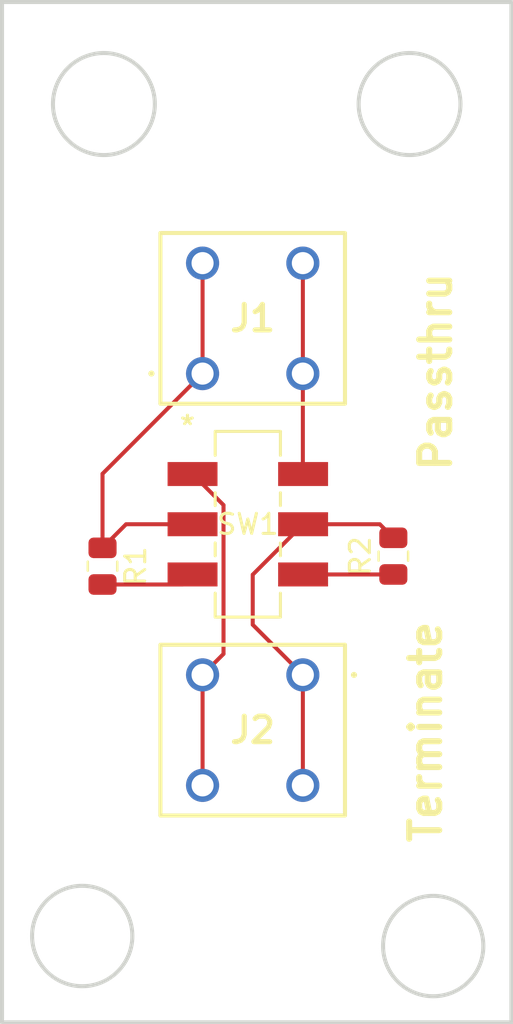
<source format=kicad_pcb>
(kicad_pcb (version 20240108) (generator "pcbnew") (generator_version "8.0")
  (layers (0 "F.Cu" signal) (31 "B.Cu" signal) (34 "B.Paste" user) (35 "F.Paste" user) (36 "B.SilkS" user "B.Silkscreen") (37 "F.SilkS" user "F.Silkscreen") (38 "B.Mask" user) (39 "F.Mask" user) (44 "Edge.Cuts" user))
  (net 0 "")
  (net 1 "Net-(J1-Pad2)")
  (net 2 "Net-(J1-Pad1)")
  (net 3 "Net-(J2-Pad2)")
  (net 4 "Net-(R1-Pad2)")
  (net 5 "Net-(R2-Pad1)")
  (net 6 "Net-(J2-Pad1)")
  (footprint "Resistor_SMD:R_0805_2012Metric" (layer "F.Cu") (at 5.0118 28.0875 -90)
    (property "Reference" "R1" (at 0 -1.65 90) (layer "F.SilkS"))
    (property "Value" "120")
    (fp_line (start -0.227064 0.735) (end 0.227064 0.735) (stroke (width 0.12)) (layer "F.SilkS"))
    (fp_line (start -0.227064 -0.735) (end 0.227064 -0.735) (stroke (width 0.12)) (layer "F.SilkS"))
    (pad "1" smd roundrect (at -0.9125 0 270) (size 1.025 1.4) (layers "F.Cu" "F.Paste" "F.Mask") (roundrect_rratio 0.243902) (net 2 "Net-(J1-Pad1)"))
    (pad "2" smd roundrect (at 0.9125 0 270) (size 1.025 1.4) (layers "F.Cu" "F.Paste" "F.Mask") (roundrect_rratio 0.243902) (net 4 "Net-(R1-Pad2)"))
  )
  (footprint "Weidmuller:1825960000" (layer "F.Cu") (at 10 18.5)
    (property "Reference" "J1" (at 2.5 -2.75 0) (layer "F.SilkS") (effects (font (size 1.27 1.27) (thickness 0.254))))
    (property "Value" "250-202 Wago" (hide yes))
    (fp_line (start -2.6 0) (end -2.6 0) (stroke (width 0.2)) (layer "F.SilkS"))
    (fp_line (start -2.5 0) (end -2.5 0) (stroke (width 0.2)) (layer "F.SilkS"))
    (fp_line (start -2.5 0) (end -2.5 0) (stroke (width 0.2)) (layer "F.SilkS"))
    (fp_line (start -2.1 -7) (end 7.1 -7) (stroke (width 0.2)) (layer "F.SilkS"))
    (fp_line (start -2.1 1.5) (end -2.1 -7) (stroke (width 0.2)) (layer "F.SilkS"))
    (fp_line (start 7.1 -7) (end 7.1 1.5) (stroke (width 0.2)) (layer "F.SilkS"))
    (fp_line (start 7.1 1.5) (end -2.1 1.5) (stroke (width 0.2)) (layer "F.SilkS"))
    (fp_arc (start -2.6 0) (mid -2.55 -0.05) (end -2.5 0) (stroke (width 0.2)) (layer "F.SilkS"))
    (fp_arc (start -2.6 0) (mid -2.55 -0.05) (end -2.5 0) (stroke (width 0.2)) (layer "F.SilkS"))
    (fp_arc (start -2.5 0) (mid -2.55 0.05) (end -2.6 0) (stroke (width 0.2)) (layer "F.SilkS"))
    (pad "1" thru_hole circle (at 0 0) (size 1.65 1.65) (drill 1.1) (layers "*.Cu" "*.Mask") (net 2 "Net-(J1-Pad1)"))
    (pad "2" thru_hole circle (at 5 0) (size 1.65 1.65) (drill 1.1) (layers "*.Cu" "*.Mask") (net 1 "Net-(J1-Pad2)"))
    (pad "3" thru_hole circle (at 5 -5.5) (size 1.65 1.65) (drill 1.1) (layers "*.Cu" "*.Mask") (net 1 "Net-(J1-Pad2)"))
    (pad "4" thru_hole circle (at 0 -5.5) (size 1.65 1.65) (drill 1.1) (layers "*.Cu" "*.Mask") (net 2 "Net-(J1-Pad1)"))
  )
  (footprint "C&K:SW_JS202011SCQN" (layer "F.Cu") (at 12.2559 26)
    (property "Reference" "SW1" (at 0 0 0) (layer "F.SilkS"))
    (property "Value" "SW_Slide_DPDT")
    (fp_line (start -1.6256 -4.6228) (end -1.6256 -3.42964) (stroke (width 0.1524)) (layer "F.SilkS"))
    (fp_line (start -1.6256 -1.57036) (end -1.6256 -0.92964) (stroke (width 0.1524)) (layer "F.SilkS"))
    (fp_line (start -1.6256 0.92964) (end -1.6256 1.57036) (stroke (width 0.1524)) (layer "F.SilkS"))
    (fp_line (start -1.6256 3.42964) (end -1.6256 4.6228) (stroke (width 0.1524)) (layer "F.SilkS"))
    (fp_line (start -1.6256 4.6228) (end 1.6256 4.6228) (stroke (width 0.1524)) (layer "F.SilkS"))
    (fp_line (start 1.6256 -4.6228) (end -1.6256 -4.6228) (stroke (width 0.1524)) (layer "F.SilkS"))
    (fp_line (start 1.6256 -3.42964) (end 1.6256 -4.6228) (stroke (width 0.1524)) (layer "F.SilkS"))
    (fp_line (start 1.6256 -0.92964) (end 1.6256 -1.57036) (stroke (width 0.1524)) (layer "F.SilkS"))
    (fp_line (start 1.6256 1.57036) (end 1.6256 0.92964) (stroke (width 0.1524)) (layer "F.SilkS"))
    (fp_line (start 1.6256 4.6228) (end 1.6256 3.42964) (stroke (width 0.1524)) (layer "F.SilkS"))
    (fp_text user "*" (at -3.0099 -4.8876 0) (layer "F.SilkS"))
    (fp_text user "*" (at -3.0099 -4.8876 0) (layer "F.SilkS"))
    (pad "1" smd rect (at -2.7559 -2.5) (size 2.4892 1.1938) (layers "F.Cu" "F.Paste" "F.Mask") (net 3 "Net-(J2-Pad2)"))
    (pad "2" smd rect (at -2.7559 0) (size 2.4892 1.1938) (layers "F.Cu" "F.Paste" "F.Mask") (net 2 "Net-(J1-Pad1)"))
    (pad "3" smd rect (at -2.7559 2.5) (size 2.4892 1.1938) (layers "F.Cu" "F.Paste" "F.Mask") (net 4 "Net-(R1-Pad2)"))
    (pad "4" smd rect (at 2.7559 2.5) (size 2.4892 1.1938) (layers "F.Cu" "F.Paste" "F.Mask") (net 5 "Net-(R2-Pad1)"))
    (pad "5" smd rect (at 2.7559 0) (size 2.4892 1.1938) (layers "F.Cu" "F.Paste" "F.Mask") (net 6 "Net-(J2-Pad1)"))
    (pad "6" smd rect (at 2.7559 -2.5) (size 2.4892 1.1938) (layers "F.Cu" "F.Paste" "F.Mask") (net 1 "Net-(J1-Pad2)"))
  )
  (footprint "Resistor_SMD:R_0805_2012Metric" (layer "F.Cu") (at 19.5118 27.5875 90)
    (property "Reference" "R2" (at 0 -1.65 90) (layer "F.SilkS"))
    (property "Value" "120")
    (fp_line (start -0.227064 -0.735) (end 0.227064 -0.735) (stroke (width 0.12)) (layer "F.SilkS"))
    (fp_line (start -0.227064 0.735) (end 0.227064 0.735) (stroke (width 0.12)) (layer "F.SilkS"))
    (pad "1" smd roundrect (at -0.9125 0 90) (size 1.025 1.4) (layers "F.Cu" "F.Paste" "F.Mask") (roundrect_rratio 0.243902) (net 5 "Net-(R2-Pad1)"))
    (pad "2" smd roundrect (at 0.9125 0 90) (size 1.025 1.4) (layers "F.Cu" "F.Paste" "F.Mask") (roundrect_rratio 0.243902) (net 6 "Net-(J2-Pad1)"))
  )
  (footprint "Weidmuller:1825960000" (layer "F.Cu") (at 15 33.5 180)
    (property "Reference" "J2" (at 2.5 -2.75 180) (layer "F.SilkS") (effects (font (size 1.27 1.27) (thickness 0.254))))
    (property "Value" "250-202 Wago" (hide yes))
    (fp_line (start 7.1 1.5) (end -2.1 1.5) (stroke (width 0.2)) (layer "F.SilkS"))
    (fp_line (start 7.1 -7) (end 7.1 1.5) (stroke (width 0.2)) (layer "F.SilkS"))
    (fp_line (start -2.1 1.5) (end -2.1 -7) (stroke (width 0.2)) (layer "F.SilkS"))
    (fp_line (start -2.1 -7) (end 7.1 -7) (stroke (width 0.2)) (layer "F.SilkS"))
    (fp_line (start -2.5 0) (end -2.5 0) (stroke (width 0.2)) (layer "F.SilkS"))
    (fp_line (start -2.5 0) (end -2.5 0) (stroke (width 0.2)) (layer "F.SilkS"))
    (fp_line (start -2.6 0) (end -2.6 0) (stroke (width 0.2)) (layer "F.SilkS"))
    (fp_arc (start -2.5 0) (mid -2.55 0.05) (end -2.6 0) (stroke (width 0.2)) (layer "F.SilkS"))
    (fp_arc (start -2.6 0) (mid -2.55 -0.05) (end -2.5 0) (stroke (width 0.2)) (layer "F.SilkS"))
    (fp_arc (start -2.6 0) (mid -2.55 -0.05) (end -2.5 0) (stroke (width 0.2)) (layer "F.SilkS"))
    (pad "1" thru_hole circle (at 0 0 180) (size 1.65 1.65) (drill 1.1) (layers "*.Cu" "*.Mask") (net 6 "Net-(J2-Pad1)"))
    (pad "2" thru_hole circle (at 5 0 180) (size 1.65 1.65) (drill 1.1) (layers "*.Cu" "*.Mask") (net 3 "Net-(J2-Pad2)"))
    (pad "3" thru_hole circle (at 5 -5.5 180) (size 1.65 1.65) (drill 1.1) (layers "*.Cu" "*.Mask") (net 3 "Net-(J2-Pad2)"))
    (pad "4" thru_hole circle (at 0 -5.5 180) (size 1.65 1.65) (drill 1.1) (layers "*.Cu" "*.Mask") (net 6 "Net-(J2-Pad1)"))
  )
  (gr_circle (center 20.32 5.08) (end 22.86 5.08) (stroke (width 0.2)) (fill none) (layer "Edge.Cuts"))
  (gr_circle (center 21.5 47) (end 24 47) (stroke (width 0.2)) (fill none) (layer "Edge.Cuts"))
  (gr_circle (center 4 46.5) (end 6.5 46.5) (stroke (width 0.2)) (fill none) (layer "Edge.Cuts"))
  (gr_rect (start 0 0) (end 25.4 50.8) (stroke (width 0.2)) (fill none) (layer "Edge.Cuts"))
  (gr_circle (center 5.08 5.08) (end 7.62 5.08) (stroke (width 0.2)) (fill none) (layer "Edge.Cuts"))
  (gr_text "Terminate" (at 22 42 90) (layer "F.SilkS") (effects (font (size 1.5 1.5) (thickness 0.3) (bold yes)) (justify left bottom)))
  (gr_text "Passthru" (at 22.5 23.5 90) (layer "F.SilkS") (effects (font (size 1.5 1.5) (thickness 0.3) (bold yes)) (justify left bottom)))
  (segment (start 15 18.5) (end 15 23.4882) (width 0.2) (layer "F.Cu") (net 1))
  (segment (start 15 18.5) (end 15 13) (width 0.2) (layer "F.Cu") (net 1))
  (segment (start 15 23.4882) (end 15.0118 23.5) (width 0.2) (layer "F.Cu") (net 1))
  (segment (start 5.0118 23.4882) (end 5.0118 27.175) (width 0.2) (layer "F.Cu") (net 2))
  (segment (start 10 18.5) (end 5.0118 23.4882) (width 0.2) (layer "F.Cu") (net 2))
  (segment (start 9.5 26) (end 6.1868 26) (width 0.2) (layer "F.Cu") (net 2))
  (segment (start 6.1868 26) (end 5.0118 27.175) (width 0.2) (layer "F.Cu") (net 2))
  (segment (start 10 18.5) (end 10 13) (width 0.2) (layer "F.Cu") (net 2))
  (segment (start 10 33.5) (end 11.0446 32.4554) (width 0.2) (layer "F.Cu") (net 3))
  (segment (start 11.0446 25.0446) (end 9.5 23.5) (width 0.2) (layer "F.Cu") (net 3))
  (segment (start 11.0446 32.4554) (end 11.0446 25.0446) (width 0.2) (layer "F.Cu") (net 3))
  (segment (start 10 33.5) (end 10 39) (width 0.2) (layer "F.Cu") (net 3))
  (segment (start 5.0118 29) (end 9 29) (width 0.2) (layer "F.Cu") (net 4))
  (segment (start 9 29) (end 9.5 28.5) (width 0.2) (layer "F.Cu") (net 4))
  (segment (start 19.5118 28.5) (end 15.0118 28.5) (width 0.2) (layer "F.Cu") (net 5))
  (segment (start 15 33.5) (end 12.5 31) (width 0.2) (layer "F.Cu") (net 6))
  (segment (start 15.0118 26) (end 18.8368 26) (width 0.2) (layer "F.Cu") (net 6))
  (segment (start 18.8368 26) (end 19.5118 26.675) (width 0.2) (layer "F.Cu") (net 6))
  (segment (start 12.5 28.5118) (end 15.0118 26) (width 0.2) (layer "F.Cu") (net 6))
  (segment (start 15 33.5) (end 15 39) (width 0.2) (layer "F.Cu") (net 6))
  (segment (start 12.5 31) (end 12.5 28.5118) (width 0.2) (layer "F.Cu") (net 6))
)
</source>
